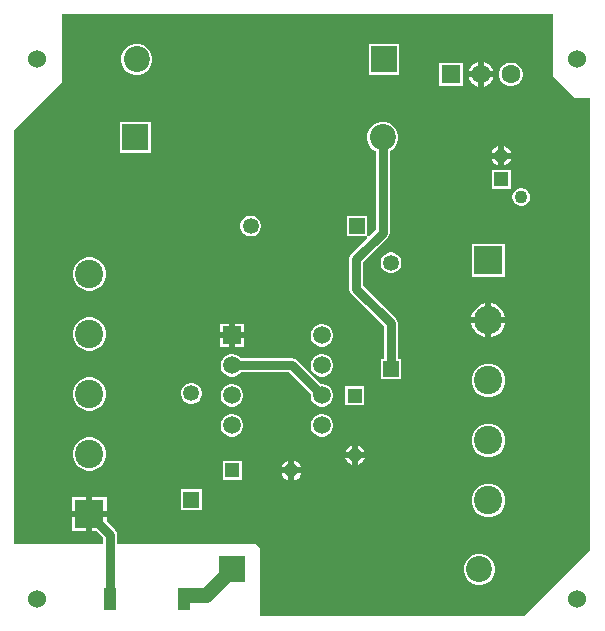
<source format=gtl>
G04*
G04 #@! TF.GenerationSoftware,Altium Limited,Altium Designer,21.3.1 (25)*
G04*
G04 Layer_Physical_Order=1*
G04 Layer_Color=255*
%FSLAX25Y25*%
%MOIN*%
G70*
G04*
G04 #@! TF.SameCoordinates,4C1A46CD-458D-4170-9141-97B0DDD3FF2F*
G04*
G04*
G04 #@! TF.FilePolarity,Positive*
G04*
G01*
G75*
%ADD21C,0.04724*%
%ADD22R,0.04724X0.04724*%
%ADD23C,0.04331*%
%ADD27R,0.08661X0.08661*%
%ADD28C,0.08661*%
%ADD29R,0.04724X0.04724*%
%ADD32R,0.04331X0.07677*%
%ADD33C,0.03000*%
%ADD34C,0.05000*%
%ADD35C,0.09449*%
%ADD36R,0.09449X0.09449*%
%ADD37R,0.05315X0.05315*%
%ADD38C,0.05315*%
%ADD39C,0.06000*%
%ADD40C,0.05906*%
%ADD41R,0.05906X0.05906*%
%ADD42R,0.05315X0.05315*%
%ADD43C,0.06299*%
%ADD44R,0.06299X0.06299*%
G36*
X182000Y184500D02*
X189500Y177000D01*
X194500D01*
Y26500D01*
X172500Y4500D01*
X84500D01*
Y27000D01*
X83000Y28500D01*
X36845D01*
Y31500D01*
X36667Y32397D01*
X36158Y33158D01*
X36158Y33158D01*
X33224Y36092D01*
Y37500D01*
X28500D01*
Y32776D01*
X29908D01*
X32155Y30529D01*
Y28500D01*
X2500D01*
Y166500D01*
X18500Y182500D01*
Y205000D01*
X182000D01*
Y184500D01*
D02*
G37*
%LPC*%
G36*
X159000Y189028D02*
Y186000D01*
X162028D01*
X161867Y186602D01*
X161320Y187548D01*
X160548Y188321D01*
X159602Y188867D01*
X159000Y189028D01*
D02*
G37*
G36*
X157000D02*
X156398Y188867D01*
X155452Y188321D01*
X154680Y187548D01*
X154133Y186602D01*
X153972Y186000D01*
X157000D01*
Y189028D01*
D02*
G37*
G36*
X130851Y195131D02*
X120590D01*
Y184869D01*
X130851D01*
Y195131D01*
D02*
G37*
G36*
X43955D02*
X42604D01*
X41299Y194781D01*
X40129Y194106D01*
X39174Y193150D01*
X38498Y191980D01*
X38149Y190675D01*
Y189324D01*
X38498Y188020D01*
X39174Y186850D01*
X40129Y185894D01*
X41299Y185219D01*
X42604Y184869D01*
X43955D01*
X45260Y185219D01*
X46430Y185894D01*
X47385Y186850D01*
X48061Y188020D01*
X48410Y189324D01*
Y190675D01*
X48061Y191980D01*
X47385Y193150D01*
X46430Y194106D01*
X45260Y194781D01*
X43955Y195131D01*
D02*
G37*
G36*
X168520Y188950D02*
X167480D01*
X166475Y188680D01*
X165575Y188161D01*
X164839Y187425D01*
X164320Y186524D01*
X164050Y185520D01*
Y184480D01*
X164320Y183475D01*
X164839Y182575D01*
X165575Y181840D01*
X166475Y181320D01*
X167480Y181050D01*
X168520D01*
X169525Y181320D01*
X170425Y181840D01*
X171160Y182575D01*
X171680Y183475D01*
X171950Y184480D01*
Y185520D01*
X171680Y186524D01*
X171160Y187425D01*
X170425Y188161D01*
X169525Y188680D01*
X168520Y188950D01*
D02*
G37*
G36*
X151950D02*
X144050D01*
Y181050D01*
X151950D01*
Y188950D01*
D02*
G37*
G36*
X162028Y184000D02*
X159000D01*
Y180972D01*
X159602Y181133D01*
X160548Y181679D01*
X161320Y182452D01*
X161867Y183398D01*
X162028Y184000D01*
D02*
G37*
G36*
X157000D02*
X153972D01*
X154133Y183398D01*
X154680Y182452D01*
X155452Y181679D01*
X156398Y181133D01*
X157000Y180972D01*
Y184000D01*
D02*
G37*
G36*
X165772Y161150D02*
Y158937D01*
X167984D01*
X167905Y159235D01*
X167462Y160001D01*
X166836Y160627D01*
X166069Y161070D01*
X165772Y161150D01*
D02*
G37*
G36*
X163772Y161150D02*
X163474Y161070D01*
X162707Y160627D01*
X162081Y160001D01*
X161639Y159235D01*
X161559Y158937D01*
X163772D01*
Y161150D01*
D02*
G37*
G36*
X47910Y169131D02*
X37649D01*
Y158869D01*
X47910D01*
Y169131D01*
D02*
G37*
G36*
X167984Y156937D02*
X165772D01*
Y154724D01*
X166069Y154804D01*
X166836Y155247D01*
X167462Y155873D01*
X167905Y156639D01*
X167984Y156937D01*
D02*
G37*
G36*
X163772D02*
X161559D01*
X161639Y156639D01*
X162081Y155873D01*
X162707Y155247D01*
X163474Y154804D01*
X163772Y154724D01*
Y156937D01*
D02*
G37*
G36*
X167934Y153225D02*
X161609D01*
Y146901D01*
X167934D01*
Y153225D01*
D02*
G37*
G36*
X171855Y147123D02*
X171074D01*
X170320Y146921D01*
X169644Y146530D01*
X169092Y145978D01*
X168701Y145302D01*
X168499Y144548D01*
Y143767D01*
X168701Y143013D01*
X169092Y142337D01*
X169644Y141785D01*
X170320Y141394D01*
X171074Y141192D01*
X171855D01*
X172609Y141394D01*
X173285Y141785D01*
X173837Y142337D01*
X174228Y143013D01*
X174430Y143767D01*
Y144548D01*
X174228Y145302D01*
X173837Y145978D01*
X173285Y146530D01*
X172609Y146921D01*
X171855Y147123D01*
D02*
G37*
G36*
X125896Y169131D02*
X124545D01*
X123240Y168781D01*
X122070Y168106D01*
X121115Y167150D01*
X120439Y165980D01*
X120090Y164675D01*
Y163324D01*
X120439Y162020D01*
X121115Y160850D01*
X122070Y159894D01*
X122875Y159430D01*
Y133251D01*
X120674Y131050D01*
X120174Y131257D01*
X120174Y131454D01*
Y137958D01*
X113259D01*
Y131043D01*
X119735D01*
X119960Y131043D01*
X120167Y130543D01*
X114842Y125217D01*
X114333Y124457D01*
X114155Y123559D01*
Y113500D01*
X114333Y112603D01*
X114842Y111842D01*
X125655Y101029D01*
Y90241D01*
X124542D01*
Y83326D01*
X131457D01*
Y90241D01*
X130345D01*
Y102000D01*
X130345Y102000D01*
X130167Y102897D01*
X129658Y103658D01*
X129658Y103658D01*
X118845Y114471D01*
Y122588D01*
X126879Y130621D01*
X127387Y131382D01*
X127566Y132280D01*
X127566Y132280D01*
Y159430D01*
X128371Y159894D01*
X129326Y160850D01*
X130001Y162020D01*
X130351Y163324D01*
Y164675D01*
X130001Y165980D01*
X129326Y167150D01*
X128371Y168106D01*
X127201Y168781D01*
X125896Y169131D01*
D02*
G37*
G36*
X81739Y137958D02*
X80828D01*
X79949Y137722D01*
X79160Y137267D01*
X78517Y136623D01*
X78062Y135835D01*
X77826Y134955D01*
Y134045D01*
X78062Y133166D01*
X78517Y132377D01*
X79160Y131733D01*
X79949Y131278D01*
X80828Y131043D01*
X81739D01*
X82618Y131278D01*
X83406Y131733D01*
X84050Y132377D01*
X84505Y133166D01*
X84741Y134045D01*
Y134955D01*
X84505Y135835D01*
X84050Y136623D01*
X83406Y137267D01*
X82618Y137722D01*
X81739Y137958D01*
D02*
G37*
G36*
X128455Y125674D02*
X127545D01*
X126665Y125438D01*
X125877Y124983D01*
X125233Y124339D01*
X124778Y123551D01*
X124542Y122672D01*
Y121761D01*
X124778Y120882D01*
X125233Y120094D01*
X125877Y119450D01*
X126665Y118995D01*
X127545Y118759D01*
X128455D01*
X129334Y118995D01*
X130123Y119450D01*
X130767Y120094D01*
X131222Y120882D01*
X131457Y121761D01*
Y122672D01*
X131222Y123551D01*
X130767Y124339D01*
X130123Y124983D01*
X129334Y125438D01*
X128455Y125674D01*
D02*
G37*
G36*
X166024Y128524D02*
X154976D01*
Y117476D01*
X166024D01*
Y128524D01*
D02*
G37*
G36*
X28227Y124024D02*
X26773D01*
X25368Y123648D01*
X24108Y122921D01*
X23079Y121892D01*
X22352Y120632D01*
X21976Y119227D01*
Y117773D01*
X22352Y116368D01*
X23079Y115108D01*
X24108Y114079D01*
X25368Y113352D01*
X26773Y112976D01*
X28227D01*
X29632Y113352D01*
X30892Y114079D01*
X31921Y115108D01*
X32648Y116368D01*
X33024Y117773D01*
Y119227D01*
X32648Y120632D01*
X31921Y121892D01*
X30892Y122921D01*
X29632Y123648D01*
X28227Y124024D01*
D02*
G37*
G36*
X161500Y108658D02*
Y104000D01*
X166158D01*
X165834Y105210D01*
X165081Y106515D01*
X164015Y107581D01*
X162709Y108334D01*
X161500Y108658D01*
D02*
G37*
G36*
X159500D02*
X158291Y108334D01*
X156985Y107581D01*
X155919Y106515D01*
X155166Y105210D01*
X154842Y104000D01*
X159500D01*
Y108658D01*
D02*
G37*
G36*
X78953Y101953D02*
X76000D01*
Y99000D01*
X78953D01*
Y101953D01*
D02*
G37*
G36*
X74000D02*
X71047D01*
Y99000D01*
X74000D01*
Y101953D01*
D02*
G37*
G36*
X166158Y102000D02*
X161500D01*
Y97342D01*
X162709Y97666D01*
X164015Y98419D01*
X165081Y99485D01*
X165834Y100791D01*
X166158Y102000D01*
D02*
G37*
G36*
X159500D02*
X154842D01*
X155166Y100791D01*
X155919Y99485D01*
X156985Y98419D01*
X158291Y97666D01*
X159500Y97342D01*
Y102000D01*
D02*
G37*
G36*
X105494Y101753D02*
X104506D01*
X103551Y101497D01*
X102696Y101003D01*
X101997Y100304D01*
X101503Y99449D01*
X101247Y98494D01*
Y97506D01*
X101503Y96552D01*
X101997Y95696D01*
X102696Y94997D01*
X103551Y94503D01*
X104506Y94247D01*
X105494D01*
X106448Y94503D01*
X107304Y94997D01*
X108003Y95696D01*
X108497Y96552D01*
X108753Y97506D01*
Y98494D01*
X108497Y99449D01*
X108003Y100304D01*
X107304Y101003D01*
X106448Y101497D01*
X105494Y101753D01*
D02*
G37*
G36*
X78953Y97000D02*
X76000D01*
Y94047D01*
X78953D01*
Y97000D01*
D02*
G37*
G36*
X74000D02*
X71047D01*
Y94047D01*
X74000D01*
Y97000D01*
D02*
G37*
G36*
X28227Y104024D02*
X26773D01*
X25368Y103648D01*
X24108Y102921D01*
X23079Y101892D01*
X22352Y100632D01*
X21976Y99227D01*
Y97773D01*
X22352Y96368D01*
X23079Y95108D01*
X24108Y94079D01*
X25368Y93352D01*
X26773Y92976D01*
X28227D01*
X29632Y93352D01*
X30892Y94079D01*
X31921Y95108D01*
X32648Y96368D01*
X33024Y97773D01*
Y99227D01*
X32648Y100632D01*
X31921Y101892D01*
X30892Y102921D01*
X29632Y103648D01*
X28227Y104024D01*
D02*
G37*
G36*
X105494Y91753D02*
X104506D01*
X103551Y91497D01*
X102696Y91003D01*
X101997Y90304D01*
X101503Y89448D01*
X101247Y88494D01*
Y87506D01*
X101503Y86551D01*
X101997Y85696D01*
X102696Y84997D01*
X103551Y84503D01*
X104506Y84247D01*
X105494D01*
X106448Y84503D01*
X107304Y84997D01*
X108003Y85696D01*
X108497Y86551D01*
X108753Y87506D01*
Y88494D01*
X108497Y89448D01*
X108003Y90304D01*
X107304Y91003D01*
X106448Y91497D01*
X105494Y91753D01*
D02*
G37*
G36*
X161227Y88524D02*
X159773D01*
X158368Y88148D01*
X157108Y87421D01*
X156079Y86392D01*
X155352Y85132D01*
X154976Y83727D01*
Y82273D01*
X155352Y80868D01*
X156079Y79608D01*
X157108Y78579D01*
X158368Y77852D01*
X159773Y77476D01*
X161227D01*
X162632Y77852D01*
X163892Y78579D01*
X164921Y79608D01*
X165648Y80868D01*
X166024Y82273D01*
Y83727D01*
X165648Y85132D01*
X164921Y86392D01*
X163892Y87421D01*
X162632Y88148D01*
X161227Y88524D01*
D02*
G37*
G36*
X61955Y82174D02*
X61045D01*
X60166Y81938D01*
X59377Y81483D01*
X58733Y80840D01*
X58278Y80051D01*
X58043Y79172D01*
Y78261D01*
X58278Y77382D01*
X58733Y76594D01*
X59377Y75950D01*
X60166Y75495D01*
X61045Y75259D01*
X61955D01*
X62835Y75495D01*
X63623Y75950D01*
X64267Y76594D01*
X64722Y77382D01*
X64957Y78261D01*
Y79172D01*
X64722Y80051D01*
X64267Y80840D01*
X63623Y81483D01*
X62835Y81938D01*
X61955Y82174D01*
D02*
G37*
G36*
X119162Y81005D02*
X112838D01*
Y74680D01*
X119162D01*
Y81005D01*
D02*
G37*
G36*
X75494Y91753D02*
X74506D01*
X73551Y91497D01*
X72696Y91003D01*
X71997Y90304D01*
X71503Y89448D01*
X71247Y88494D01*
Y87506D01*
X71503Y86551D01*
X71997Y85696D01*
X72696Y84997D01*
X73551Y84503D01*
X74506Y84247D01*
X75494D01*
X76449Y84503D01*
X77304Y84997D01*
X77962Y85655D01*
X94029D01*
X101247Y78436D01*
Y77506D01*
X101503Y76552D01*
X101997Y75696D01*
X102696Y74997D01*
X103551Y74503D01*
X104506Y74247D01*
X105494D01*
X106448Y74503D01*
X107304Y74997D01*
X108003Y75696D01*
X108497Y76552D01*
X108753Y77506D01*
Y78494D01*
X108497Y79448D01*
X108003Y80304D01*
X107304Y81003D01*
X106448Y81497D01*
X105494Y81753D01*
X104564D01*
X96658Y89658D01*
X95897Y90166D01*
X95000Y90345D01*
X77962D01*
X77304Y91003D01*
X76449Y91497D01*
X75494Y91753D01*
D02*
G37*
G36*
Y81753D02*
X74506D01*
X73551Y81497D01*
X72696Y81003D01*
X71997Y80304D01*
X71503Y79448D01*
X71247Y78494D01*
Y77506D01*
X71503Y76552D01*
X71997Y75696D01*
X72696Y74997D01*
X73551Y74503D01*
X74506Y74247D01*
X75494D01*
X76449Y74503D01*
X77304Y74997D01*
X78003Y75696D01*
X78497Y76552D01*
X78753Y77506D01*
Y78494D01*
X78497Y79448D01*
X78003Y80304D01*
X77304Y81003D01*
X76449Y81497D01*
X75494Y81753D01*
D02*
G37*
G36*
X28227Y84024D02*
X26773D01*
X25368Y83648D01*
X24108Y82921D01*
X23079Y81892D01*
X22352Y80632D01*
X21976Y79227D01*
Y77773D01*
X22352Y76368D01*
X23079Y75108D01*
X24108Y74079D01*
X25368Y73352D01*
X26773Y72976D01*
X28227D01*
X29632Y73352D01*
X30892Y74079D01*
X31921Y75108D01*
X32648Y76368D01*
X33024Y77773D01*
Y79227D01*
X32648Y80632D01*
X31921Y81892D01*
X30892Y82921D01*
X29632Y83648D01*
X28227Y84024D01*
D02*
G37*
G36*
X105494Y71753D02*
X104506D01*
X103551Y71497D01*
X102696Y71003D01*
X101997Y70304D01*
X101503Y69449D01*
X101247Y68494D01*
Y67506D01*
X101503Y66552D01*
X101997Y65696D01*
X102696Y64997D01*
X103551Y64503D01*
X104506Y64247D01*
X105494D01*
X106448Y64503D01*
X107304Y64997D01*
X108003Y65696D01*
X108497Y66552D01*
X108753Y67506D01*
Y68494D01*
X108497Y69449D01*
X108003Y70304D01*
X107304Y71003D01*
X106448Y71497D01*
X105494Y71753D01*
D02*
G37*
G36*
X75494D02*
X74506D01*
X73551Y71497D01*
X72696Y71003D01*
X71997Y70304D01*
X71503Y69449D01*
X71247Y68494D01*
Y67506D01*
X71503Y66552D01*
X71997Y65696D01*
X72696Y64997D01*
X73551Y64503D01*
X74506Y64247D01*
X75494D01*
X76449Y64503D01*
X77304Y64997D01*
X78003Y65696D01*
X78497Y66552D01*
X78753Y67506D01*
Y68494D01*
X78497Y69449D01*
X78003Y70304D01*
X77304Y71003D01*
X76449Y71497D01*
X75494Y71753D01*
D02*
G37*
G36*
X117000Y61370D02*
Y59158D01*
X119213D01*
X119133Y59455D01*
X118690Y60222D01*
X118064Y60848D01*
X117298Y61291D01*
X117000Y61370D01*
D02*
G37*
G36*
X115000Y61370D02*
X114702Y61291D01*
X113936Y60848D01*
X113310Y60222D01*
X112867Y59455D01*
X112787Y59158D01*
X115000D01*
Y61370D01*
D02*
G37*
G36*
X161227Y68524D02*
X159773D01*
X158368Y68148D01*
X157108Y67421D01*
X156079Y66392D01*
X155352Y65132D01*
X154976Y63727D01*
Y62273D01*
X155352Y60868D01*
X156079Y59608D01*
X157108Y58579D01*
X158368Y57852D01*
X159773Y57476D01*
X161227D01*
X162632Y57852D01*
X163892Y58579D01*
X164921Y59608D01*
X165648Y60868D01*
X166024Y62273D01*
Y63727D01*
X165648Y65132D01*
X164921Y66392D01*
X163892Y67421D01*
X162632Y68148D01*
X161227Y68524D01*
D02*
G37*
G36*
X119213Y57157D02*
X117000D01*
Y54945D01*
X117298Y55024D01*
X118064Y55467D01*
X118690Y56093D01*
X119133Y56860D01*
X119213Y57157D01*
D02*
G37*
G36*
X115000D02*
X112787D01*
X112867Y56860D01*
X113310Y56093D01*
X113936Y55467D01*
X114702Y55024D01*
X115000Y54945D01*
Y57157D01*
D02*
G37*
G36*
X95842Y56213D02*
Y54000D01*
X98055D01*
X97976Y54298D01*
X97533Y55064D01*
X96907Y55690D01*
X96140Y56133D01*
X95842Y56213D01*
D02*
G37*
G36*
X93843D02*
X93545Y56133D01*
X92778Y55690D01*
X92152Y55064D01*
X91710Y54298D01*
X91630Y54000D01*
X93843D01*
Y56213D01*
D02*
G37*
G36*
X28227Y64024D02*
X26773D01*
X25368Y63648D01*
X24108Y62921D01*
X23079Y61892D01*
X22352Y60632D01*
X21976Y59227D01*
Y57773D01*
X22352Y56368D01*
X23079Y55108D01*
X24108Y54079D01*
X25368Y53352D01*
X26773Y52976D01*
X28227D01*
X29632Y53352D01*
X30892Y54079D01*
X31921Y55108D01*
X32648Y56368D01*
X33024Y57773D01*
Y59227D01*
X32648Y60632D01*
X31921Y61892D01*
X30892Y62921D01*
X29632Y63648D01*
X28227Y64024D01*
D02*
G37*
G36*
X78320Y56162D02*
X71995D01*
Y49838D01*
X78320D01*
Y56162D01*
D02*
G37*
G36*
X98055Y52000D02*
X95842D01*
Y49787D01*
X96140Y49867D01*
X96907Y50310D01*
X97533Y50936D01*
X97976Y51702D01*
X98055Y52000D01*
D02*
G37*
G36*
X93843D02*
X91630D01*
X91710Y51702D01*
X92152Y50936D01*
X92778Y50310D01*
X93545Y49867D01*
X93843Y49787D01*
Y52000D01*
D02*
G37*
G36*
X64957Y46741D02*
X58043D01*
Y39826D01*
X64957D01*
Y46741D01*
D02*
G37*
G36*
X33224Y44224D02*
X28500D01*
Y39500D01*
X33224D01*
Y44224D01*
D02*
G37*
G36*
X26500D02*
X21776D01*
Y39500D01*
X26500D01*
Y44224D01*
D02*
G37*
G36*
X161227Y48524D02*
X159773D01*
X158368Y48148D01*
X157108Y47421D01*
X156079Y46392D01*
X155352Y45132D01*
X154976Y43727D01*
Y42273D01*
X155352Y40868D01*
X156079Y39608D01*
X157108Y38579D01*
X158368Y37852D01*
X159773Y37476D01*
X161227D01*
X162632Y37852D01*
X163892Y38579D01*
X164921Y39608D01*
X165648Y40868D01*
X166024Y42273D01*
Y43727D01*
X165648Y45132D01*
X164921Y46392D01*
X163892Y47421D01*
X162632Y48148D01*
X161227Y48524D01*
D02*
G37*
G36*
X26500Y37500D02*
X21776D01*
Y32776D01*
X26500D01*
Y37500D01*
D02*
G37*
G36*
X158116Y25131D02*
X156765D01*
X155461Y24781D01*
X154291Y24106D01*
X153335Y23150D01*
X152660Y21980D01*
X152310Y20675D01*
Y19324D01*
X152660Y18020D01*
X153335Y16850D01*
X154291Y15894D01*
X155461Y15219D01*
X156765Y14869D01*
X158116D01*
X159421Y15219D01*
X160591Y15894D01*
X161547Y16850D01*
X162222Y18020D01*
X162572Y19324D01*
Y20675D01*
X162222Y21980D01*
X161547Y23150D01*
X160591Y24106D01*
X159421Y24781D01*
X158116Y25131D01*
D02*
G37*
%LPD*%
D21*
X164772Y157937D02*
D03*
X116000Y58157D02*
D03*
X94842Y53000D02*
D03*
D22*
X164772Y150063D02*
D03*
X116000Y77842D02*
D03*
D23*
X171465Y144158D02*
D03*
D27*
X75000Y20000D02*
D03*
X125721Y190000D02*
D03*
X42779Y164000D02*
D03*
D28*
X157441Y20000D02*
D03*
X43279Y190000D02*
D03*
X125221Y164000D02*
D03*
D29*
X75157Y53000D02*
D03*
D32*
X59000Y10000D02*
D03*
X34500D02*
D03*
D33*
Y31500D01*
X27500Y38500D02*
X34500Y31500D01*
X75000Y88000D02*
X95000D01*
X105000Y78000D01*
X116500Y113500D02*
X128000Y102000D01*
Y86783D02*
Y102000D01*
X116500Y113500D02*
Y123559D01*
X125221Y132280D01*
Y164000D01*
D34*
X60500Y11500D02*
X66500D01*
X75000Y20000D01*
D35*
X160500Y43000D02*
D03*
Y63000D02*
D03*
Y83000D02*
D03*
Y103000D02*
D03*
X27500Y58500D02*
D03*
Y78500D02*
D03*
Y98500D02*
D03*
Y118500D02*
D03*
D36*
X160500Y123000D02*
D03*
X27500Y38500D02*
D03*
D37*
X116717Y134500D02*
D03*
D38*
X81283D02*
D03*
X128000Y122216D02*
D03*
X61500Y78716D02*
D03*
D39*
X10000Y190000D02*
D03*
X190000Y10000D02*
D03*
X10000D02*
D03*
X190000Y190000D02*
D03*
D40*
X105000Y68000D02*
D03*
Y78000D02*
D03*
Y88000D02*
D03*
Y98000D02*
D03*
X75000Y68000D02*
D03*
Y78000D02*
D03*
Y88000D02*
D03*
D41*
Y98000D02*
D03*
D42*
X128000Y86783D02*
D03*
X61500Y43284D02*
D03*
D43*
X168000Y185000D02*
D03*
X158000D02*
D03*
D44*
X148000D02*
D03*
M02*

</source>
